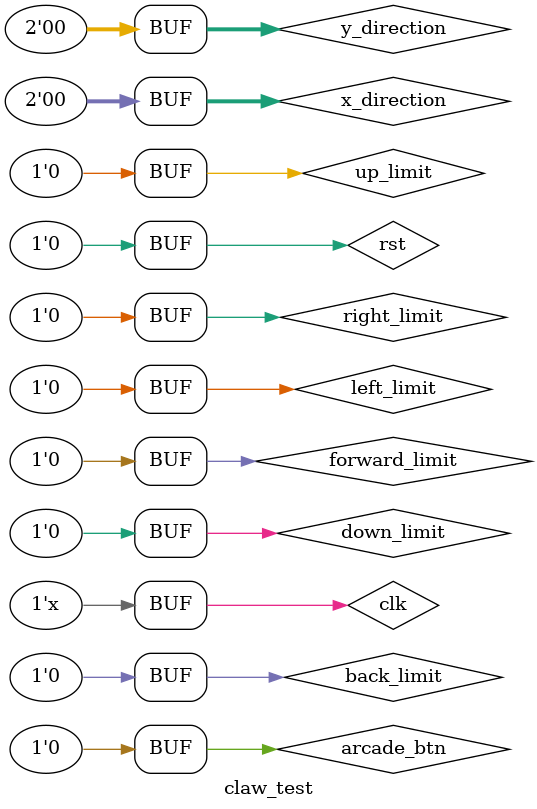
<source format=v>

module claw_test;

reg clk, rst, down_limit, up_limit, 
left_limit, right_limit, forward_limit, 
back_limit, arcade_btn;

reg [1:0] x_direction, y_direction;

wire down_limit_out, up_limit_out,
right_limit_out, left_limit_out, forward_limit_out,
back_limit_out, arcade_btn_out;

wire [3:0] step_up_down, step_right_left, 
step_forward_back;

wire PWM;

claw_test_top uut(
    .clk(clk),
    .rst(rst),
    .down_limit(down_limit),
    .up_limit(up_limit),
    .left_limit(left_limit),
    .right_limit(right_limit),
    .forward_limit(forward_limit),
    .back_limit(back_limit),
    .arcade_btn(arcade_btn),
    .x_direction(x_direction), 
    .y_direction(y_direction),
    .down_limit_out(down_limit_out),
    .up_limit_out(up_limit_out),
    .right_limit_out(right_limit_out),
    .left_limit_out(left_limit_out),
    .forward_limit_out(forward_limit_out),
    .back_limit_out(back_limit_out),
    .arcade_btn_out(arcade_btn_out),
    .step_up_down(step_up_down),
    .step_right_left(step_right_left),
    .step_forward_back(step_forward_back),
    .PWM(PWM)
    );
    
    initial begin
    clk = 0;
    rst = 0; 
    down_limit = 0; 
    up_limit = 0;
    left_limit = 0; 
    right_limit = 0; 
    forward_limit = 0; 
    back_limit = 0; 
    arcade_btn = 0;
    x_direction = 0; 
    y_direction = 0;
    #100 rst = 1;
    #5 rst = 0;
    #10000 x_direction = 2'b01;
    #10000 x_direction = 2'b00;
    #10000 arcade_btn = 1;
    #10000 arcade_btn = 0;
    #10000 x_direction = 2'b01;
    #10000 x_direction = 2'b00;
    #10000 x_direction = 2'b01;
    #10000 x_direction = 2'b00;
        
    end
    
    always
    #5 clk = ~clk;
    
endmodule 
</source>
